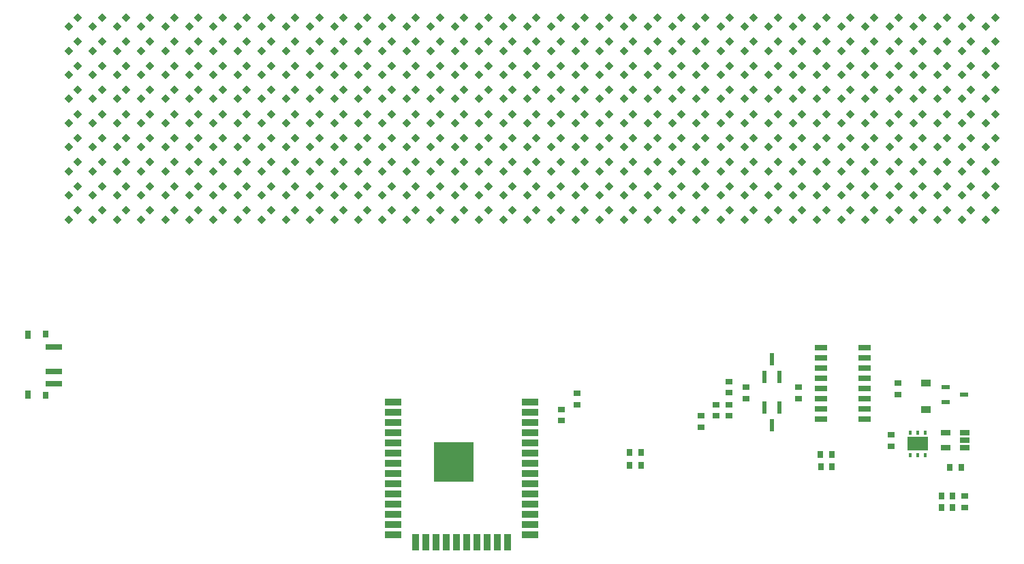
<source format=gtp>
G04*
G04 #@! TF.GenerationSoftware,Altium Limited,Altium Designer,18.1.9 (240)*
G04*
G04 Layer_Color=8421504*
%FSLAX44Y44*%
%MOMM*%
G71*
G01*
G75*
%ADD10P,1.1314X4X270.0*%
%ADD12R,0.8000X0.9000*%
%ADD13R,0.9000X0.8000*%
%ADD14R,0.6000X1.6000*%
%ADD15R,1.5240X0.6350*%
%ADD16R,1.2190X0.9140*%
%ADD17R,1.0500X0.6000*%
%ADD18R,1.3000X0.7000*%
%ADD19R,2.6000X1.8000*%
%ADD20R,0.4500X0.6000*%
%ADD21R,2.0000X0.9000*%
%ADD22R,0.9000X2.0000*%
%ADD23R,5.0000X5.0000*%
%ADD24R,2.0000X0.8001*%
%ADD25R,0.8001X1.0000*%
%ADD26R,0.8001X0.8999*%
G36*
X1766667Y1341215D02*
X1798335D01*
Y1309524D01*
X1766667D01*
Y1341215D01*
D02*
G37*
D10*
X2455388Y1638638D02*
D03*
X2444074Y1627325D02*
D03*
X2425388Y1638638D02*
D03*
X2414074Y1627325D02*
D03*
X2395388Y1638638D02*
D03*
X2384074Y1627325D02*
D03*
X2365388Y1638638D02*
D03*
X2354074Y1627325D02*
D03*
X2335388Y1638638D02*
D03*
X2324074Y1627325D02*
D03*
X2305388Y1638638D02*
D03*
X2294074Y1627325D02*
D03*
X2275388Y1638638D02*
D03*
X2264074Y1627325D02*
D03*
X2245388Y1638638D02*
D03*
X2234074Y1627325D02*
D03*
X2215388Y1638638D02*
D03*
X2204074Y1627325D02*
D03*
X2185388Y1638638D02*
D03*
X2174074Y1627325D02*
D03*
X2155388Y1638638D02*
D03*
X2144074Y1627325D02*
D03*
X2125388Y1638638D02*
D03*
X2114074Y1627325D02*
D03*
X2095388Y1638638D02*
D03*
X2084074Y1627325D02*
D03*
X2065388Y1638638D02*
D03*
X2054074Y1627325D02*
D03*
X2035388Y1638638D02*
D03*
X2024074Y1627325D02*
D03*
X2005388Y1638638D02*
D03*
X1994074Y1627325D02*
D03*
X1975388Y1638638D02*
D03*
X1964074Y1627325D02*
D03*
X1945388Y1638638D02*
D03*
X1934074Y1627325D02*
D03*
X1915388Y1638638D02*
D03*
X1904074Y1627325D02*
D03*
X1885388Y1638638D02*
D03*
X1874074Y1627325D02*
D03*
X1855388Y1638638D02*
D03*
X1844074Y1627325D02*
D03*
X1825388Y1638638D02*
D03*
X1814074Y1627325D02*
D03*
X1795388Y1638638D02*
D03*
X1784074Y1627325D02*
D03*
X1765388Y1638638D02*
D03*
X1754074Y1627325D02*
D03*
X1735388Y1638638D02*
D03*
X1724074Y1627325D02*
D03*
X1705388Y1638638D02*
D03*
X1694074Y1627325D02*
D03*
X1675388Y1638638D02*
D03*
X1664074Y1627325D02*
D03*
X1645388Y1638638D02*
D03*
X1634074Y1627325D02*
D03*
X1615388Y1638638D02*
D03*
X1604074Y1627325D02*
D03*
X1585388Y1638638D02*
D03*
X1574074Y1627325D02*
D03*
X1555388Y1638638D02*
D03*
X1544074Y1627325D02*
D03*
X1525388Y1638638D02*
D03*
X1514074Y1627325D02*
D03*
X1495388Y1638638D02*
D03*
X1484074Y1627325D02*
D03*
X1465388Y1638638D02*
D03*
X1454074Y1627325D02*
D03*
X1435388Y1638638D02*
D03*
X1424074Y1627325D02*
D03*
X1405388Y1638638D02*
D03*
X1394074Y1627325D02*
D03*
X1375388Y1638638D02*
D03*
X1364074Y1627325D02*
D03*
X1345388Y1638638D02*
D03*
X1334074Y1627325D02*
D03*
X1315388Y1638638D02*
D03*
X1304074Y1627325D02*
D03*
X2455388Y1668638D02*
D03*
X2444074Y1657324D02*
D03*
X2425388Y1668638D02*
D03*
X2414074Y1657324D02*
D03*
X2395388Y1668638D02*
D03*
X2384074Y1657324D02*
D03*
X2365388Y1668638D02*
D03*
X2354074Y1657324D02*
D03*
X2335388Y1668638D02*
D03*
X2324074Y1657324D02*
D03*
X2305388Y1668638D02*
D03*
X2294074Y1657324D02*
D03*
X2275388Y1668638D02*
D03*
X2264074Y1657324D02*
D03*
X2245388Y1668638D02*
D03*
X2234074Y1657324D02*
D03*
X2215388Y1668638D02*
D03*
X2204074Y1657324D02*
D03*
X2185388Y1668638D02*
D03*
X2174074Y1657324D02*
D03*
X2155388Y1668638D02*
D03*
X2144074Y1657324D02*
D03*
X2125388Y1668638D02*
D03*
X2114074Y1657324D02*
D03*
X2095388Y1668638D02*
D03*
X2084074Y1657324D02*
D03*
X2065388Y1668638D02*
D03*
X2054074Y1657324D02*
D03*
X2035388Y1668638D02*
D03*
X2024074Y1657324D02*
D03*
X2005388Y1668638D02*
D03*
X1994074Y1657324D02*
D03*
X1975388Y1668638D02*
D03*
X1964074Y1657324D02*
D03*
X1945388Y1668638D02*
D03*
X1934074Y1657324D02*
D03*
X1915388Y1668638D02*
D03*
X1904074Y1657324D02*
D03*
X1885388Y1668638D02*
D03*
X1874074Y1657324D02*
D03*
X1855388Y1668638D02*
D03*
X1844074Y1657324D02*
D03*
X1825388Y1668638D02*
D03*
X1814074Y1657324D02*
D03*
X1795388Y1668638D02*
D03*
X1784074Y1657324D02*
D03*
X1765388Y1668638D02*
D03*
X1754074Y1657324D02*
D03*
X1735388Y1668638D02*
D03*
X1724074Y1657324D02*
D03*
X1705388Y1668638D02*
D03*
X1694074Y1657324D02*
D03*
X1675388Y1668638D02*
D03*
X1664074Y1657324D02*
D03*
X1645388Y1668638D02*
D03*
X1634074Y1657324D02*
D03*
X1615388Y1668638D02*
D03*
X1604074Y1657324D02*
D03*
X1585388Y1668638D02*
D03*
X1574074Y1657324D02*
D03*
X1555388Y1668638D02*
D03*
X1544074Y1657324D02*
D03*
X1525388Y1668638D02*
D03*
X1514074Y1657324D02*
D03*
X1495388Y1668638D02*
D03*
X1484074Y1657324D02*
D03*
X1465388Y1668638D02*
D03*
X1454074Y1657324D02*
D03*
X1435388Y1668638D02*
D03*
X1424074Y1657324D02*
D03*
X1405388Y1668638D02*
D03*
X1394074Y1657324D02*
D03*
X1375388Y1668638D02*
D03*
X1364074Y1657324D02*
D03*
X1345388Y1668638D02*
D03*
X1334074Y1657324D02*
D03*
X1315388Y1668638D02*
D03*
X1304074Y1657324D02*
D03*
X2455388Y1698638D02*
D03*
X2444074Y1687324D02*
D03*
X2425388Y1698638D02*
D03*
X2414074Y1687324D02*
D03*
X2395388Y1698638D02*
D03*
X2384074Y1687324D02*
D03*
X2365388Y1698638D02*
D03*
X2354074Y1687324D02*
D03*
X2335388Y1698638D02*
D03*
X2324074Y1687324D02*
D03*
X2305388Y1698638D02*
D03*
X2294074Y1687324D02*
D03*
X2275388Y1698638D02*
D03*
X2264074Y1687324D02*
D03*
X2245388Y1698638D02*
D03*
X2234074Y1687324D02*
D03*
X2215388Y1698638D02*
D03*
X2204074Y1687324D02*
D03*
X2185388Y1698638D02*
D03*
X2174074Y1687324D02*
D03*
X2155388Y1698638D02*
D03*
X2144074Y1687324D02*
D03*
X2125388Y1698638D02*
D03*
X2114074Y1687324D02*
D03*
X2095388Y1698638D02*
D03*
X2084074Y1687324D02*
D03*
X2065388Y1698638D02*
D03*
X2054074Y1687324D02*
D03*
X2035388Y1698638D02*
D03*
X2024074Y1687324D02*
D03*
X2005388Y1698638D02*
D03*
X1994074Y1687324D02*
D03*
X1975388Y1698638D02*
D03*
X1964074Y1687324D02*
D03*
X1945388Y1698638D02*
D03*
X1934074Y1687324D02*
D03*
X1915388Y1698638D02*
D03*
X1904074Y1687324D02*
D03*
X1885388Y1698638D02*
D03*
X1874074Y1687324D02*
D03*
X1855388Y1698638D02*
D03*
X1844074Y1687324D02*
D03*
X1825388Y1698638D02*
D03*
X1814074Y1687324D02*
D03*
X1795388Y1698638D02*
D03*
X1784074Y1687324D02*
D03*
X1765388Y1698638D02*
D03*
X1754074Y1687324D02*
D03*
X1735388Y1698638D02*
D03*
X1724074Y1687324D02*
D03*
X1705388Y1698638D02*
D03*
X1694074Y1687324D02*
D03*
X1675388Y1698638D02*
D03*
X1664074Y1687324D02*
D03*
X1645388Y1698638D02*
D03*
X1634074Y1687324D02*
D03*
X1615388Y1698638D02*
D03*
X1604074Y1687324D02*
D03*
X1585388Y1698638D02*
D03*
X1574074Y1687324D02*
D03*
X1555388Y1698638D02*
D03*
X1544074Y1687324D02*
D03*
X1525388Y1698638D02*
D03*
X1514074Y1687324D02*
D03*
X1495388Y1698638D02*
D03*
X1484074Y1687324D02*
D03*
X1465388Y1698638D02*
D03*
X1454074Y1687324D02*
D03*
X1435388Y1698638D02*
D03*
X1424074Y1687324D02*
D03*
X1405388Y1698638D02*
D03*
X1394074Y1687324D02*
D03*
X1375388Y1698638D02*
D03*
X1364074Y1687324D02*
D03*
X1345388Y1698638D02*
D03*
X1334074Y1687324D02*
D03*
X1315388Y1698638D02*
D03*
X1304074Y1687324D02*
D03*
X2455388Y1728638D02*
D03*
X2444074Y1717325D02*
D03*
X2425388Y1728638D02*
D03*
X2414074Y1717325D02*
D03*
X2395388Y1728638D02*
D03*
X2384074Y1717325D02*
D03*
X2365388Y1728638D02*
D03*
X2354074Y1717325D02*
D03*
X2335388Y1728638D02*
D03*
X2324074Y1717325D02*
D03*
X2305388Y1728638D02*
D03*
X2294074Y1717325D02*
D03*
X2275388Y1728638D02*
D03*
X2264074Y1717325D02*
D03*
X2245388Y1728638D02*
D03*
X2234074Y1717325D02*
D03*
X2215388Y1728638D02*
D03*
X2204074Y1717325D02*
D03*
X2185388Y1728638D02*
D03*
X2174074Y1717325D02*
D03*
X2155388Y1728638D02*
D03*
X2144074Y1717325D02*
D03*
X2125388Y1728638D02*
D03*
X2114074Y1717325D02*
D03*
X2095388Y1728638D02*
D03*
X2084074Y1717325D02*
D03*
X2065388Y1728638D02*
D03*
X2054074Y1717325D02*
D03*
X2035388Y1728638D02*
D03*
X2024074Y1717325D02*
D03*
X2005388Y1728638D02*
D03*
X1994074Y1717325D02*
D03*
X1975388Y1728638D02*
D03*
X1964074Y1717325D02*
D03*
X1945388Y1728638D02*
D03*
X1934074Y1717325D02*
D03*
X1915388Y1728638D02*
D03*
X1904074Y1717325D02*
D03*
X1885388Y1728638D02*
D03*
X1874074Y1717325D02*
D03*
X1855388Y1728638D02*
D03*
X1844074Y1717325D02*
D03*
X1825388Y1728638D02*
D03*
X1814074Y1717325D02*
D03*
X1795388Y1728638D02*
D03*
X1784074Y1717325D02*
D03*
X1765388Y1728638D02*
D03*
X1754074Y1717325D02*
D03*
X1735388Y1728638D02*
D03*
X1724074Y1717325D02*
D03*
X1705388Y1728638D02*
D03*
X1694074Y1717325D02*
D03*
X1675388Y1728638D02*
D03*
X1664074Y1717325D02*
D03*
X1645388Y1728638D02*
D03*
X1634074Y1717325D02*
D03*
X1615388Y1728638D02*
D03*
X1604074Y1717325D02*
D03*
X1585388Y1728638D02*
D03*
X1574074Y1717325D02*
D03*
X1555388Y1728638D02*
D03*
X1544074Y1717325D02*
D03*
X1525388Y1728638D02*
D03*
X1514074Y1717325D02*
D03*
X1495388Y1728638D02*
D03*
X1484074Y1717325D02*
D03*
X1465388Y1728638D02*
D03*
X1454074Y1717325D02*
D03*
X1435388Y1728638D02*
D03*
X1424074Y1717325D02*
D03*
X1405388Y1728638D02*
D03*
X1394074Y1717325D02*
D03*
X1375388Y1728638D02*
D03*
X1364074Y1717325D02*
D03*
X1345388Y1728638D02*
D03*
X1334074Y1717325D02*
D03*
X1315388Y1728638D02*
D03*
X1304074Y1717325D02*
D03*
X2455388Y1758638D02*
D03*
X2444074Y1747324D02*
D03*
X2425388Y1758638D02*
D03*
X2414074Y1747324D02*
D03*
X2395388Y1758638D02*
D03*
X2384074Y1747324D02*
D03*
X2365388Y1758638D02*
D03*
X2354074Y1747324D02*
D03*
X2335388Y1758638D02*
D03*
X2324074Y1747324D02*
D03*
X2305388Y1758638D02*
D03*
X2294074Y1747324D02*
D03*
X2275388Y1758638D02*
D03*
X2264074Y1747324D02*
D03*
X2245388Y1758638D02*
D03*
X2234074Y1747324D02*
D03*
X2215388Y1758638D02*
D03*
X2204074Y1747324D02*
D03*
X2185388Y1758638D02*
D03*
X2174074Y1747324D02*
D03*
X2155388Y1758638D02*
D03*
X2144074Y1747324D02*
D03*
X2125388Y1758638D02*
D03*
X2114074Y1747324D02*
D03*
X2095388Y1758638D02*
D03*
X2084074Y1747324D02*
D03*
X2065388Y1758638D02*
D03*
X2054074Y1747324D02*
D03*
X2035388Y1758638D02*
D03*
X2024074Y1747324D02*
D03*
X2005388Y1758638D02*
D03*
X1994074Y1747324D02*
D03*
X1975388Y1758638D02*
D03*
X1964074Y1747324D02*
D03*
X1945388Y1758638D02*
D03*
X1934074Y1747324D02*
D03*
X1915388Y1758638D02*
D03*
X1904074Y1747324D02*
D03*
X1885388Y1758638D02*
D03*
X1874074Y1747324D02*
D03*
X1855388Y1758638D02*
D03*
X1844074Y1747324D02*
D03*
X1825388Y1758638D02*
D03*
X1814074Y1747324D02*
D03*
X1795388Y1758638D02*
D03*
X1784074Y1747324D02*
D03*
X1765388Y1758638D02*
D03*
X1754074Y1747324D02*
D03*
X1735388Y1758638D02*
D03*
X1724074Y1747324D02*
D03*
X1705388Y1758638D02*
D03*
X1694074Y1747324D02*
D03*
X1675388Y1758638D02*
D03*
X1664074Y1747324D02*
D03*
X1645388Y1758638D02*
D03*
X1634074Y1747324D02*
D03*
X1615388Y1758638D02*
D03*
X1604074Y1747324D02*
D03*
X1585388Y1758638D02*
D03*
X1574074Y1747324D02*
D03*
X1555388Y1758638D02*
D03*
X1544074Y1747324D02*
D03*
X1525388Y1758638D02*
D03*
X1514074Y1747324D02*
D03*
X1495388Y1758638D02*
D03*
X1484074Y1747324D02*
D03*
X1465388Y1758638D02*
D03*
X1454074Y1747324D02*
D03*
X1435388Y1758638D02*
D03*
X1424074Y1747324D02*
D03*
X1405388Y1758638D02*
D03*
X1394074Y1747324D02*
D03*
X1375388Y1758638D02*
D03*
X1364074Y1747324D02*
D03*
X1345388Y1758638D02*
D03*
X1334074Y1747324D02*
D03*
X1315388Y1758638D02*
D03*
X1304074Y1747324D02*
D03*
X2455388Y1788638D02*
D03*
X2444074Y1777324D02*
D03*
X2425388Y1788638D02*
D03*
X2414074Y1777324D02*
D03*
X2395388Y1788638D02*
D03*
X2384074Y1777324D02*
D03*
X2365388Y1788638D02*
D03*
X2354074Y1777324D02*
D03*
X2335388Y1788638D02*
D03*
X2324074Y1777324D02*
D03*
X2305388Y1788638D02*
D03*
X2294074Y1777324D02*
D03*
X2275388Y1788638D02*
D03*
X2264074Y1777324D02*
D03*
X2245388Y1788638D02*
D03*
X2234074Y1777324D02*
D03*
X2215388Y1788638D02*
D03*
X2204074Y1777324D02*
D03*
X2185388Y1788638D02*
D03*
X2174074Y1777324D02*
D03*
X2155388Y1788638D02*
D03*
X2144074Y1777324D02*
D03*
X2125388Y1788638D02*
D03*
X2114074Y1777324D02*
D03*
X2095388Y1788638D02*
D03*
X2084074Y1777324D02*
D03*
X2065388Y1788638D02*
D03*
X2054074Y1777324D02*
D03*
X2035388Y1788638D02*
D03*
X2024074Y1777324D02*
D03*
X2005388Y1788638D02*
D03*
X1994074Y1777324D02*
D03*
X1975388Y1788638D02*
D03*
X1964074Y1777324D02*
D03*
X1945388Y1788638D02*
D03*
X1934074Y1777324D02*
D03*
X1915388Y1788638D02*
D03*
X1904074Y1777324D02*
D03*
X1885388Y1788638D02*
D03*
X1874074Y1777324D02*
D03*
X1855388Y1788638D02*
D03*
X1844074Y1777324D02*
D03*
X1825388Y1788638D02*
D03*
X1814074Y1777324D02*
D03*
X1795388Y1788638D02*
D03*
X1784074Y1777324D02*
D03*
X1765388Y1788638D02*
D03*
X1754074Y1777324D02*
D03*
X1735388Y1788638D02*
D03*
X1724074Y1777324D02*
D03*
X1705388Y1788638D02*
D03*
X1694074Y1777324D02*
D03*
X1675388Y1788638D02*
D03*
X1664074Y1777324D02*
D03*
X1645388Y1788638D02*
D03*
X1634074Y1777324D02*
D03*
X1615388Y1788638D02*
D03*
X1604074Y1777324D02*
D03*
X1585388Y1788638D02*
D03*
X1574074Y1777324D02*
D03*
X1555388Y1788638D02*
D03*
X1544074Y1777324D02*
D03*
X1525388Y1788638D02*
D03*
X1514074Y1777324D02*
D03*
X1495388Y1788638D02*
D03*
X1484074Y1777324D02*
D03*
X1465388Y1788638D02*
D03*
X1454074Y1777324D02*
D03*
X1435388Y1788638D02*
D03*
X1424074Y1777324D02*
D03*
X1405388Y1788638D02*
D03*
X1394074Y1777324D02*
D03*
X1375388Y1788638D02*
D03*
X1364074Y1777324D02*
D03*
X1345388Y1788638D02*
D03*
X1334074Y1777324D02*
D03*
X1315388Y1788638D02*
D03*
X1304074Y1777324D02*
D03*
X2455388Y1818638D02*
D03*
X2444074Y1807325D02*
D03*
X2425388Y1818638D02*
D03*
X2414074Y1807325D02*
D03*
X2395388Y1818638D02*
D03*
X2384074Y1807325D02*
D03*
X2365388Y1818638D02*
D03*
X2354074Y1807325D02*
D03*
X2335388Y1818638D02*
D03*
X2324074Y1807325D02*
D03*
X2305388Y1818638D02*
D03*
X2294074Y1807325D02*
D03*
X2275388Y1818638D02*
D03*
X2264074Y1807325D02*
D03*
X2245388Y1818638D02*
D03*
X2234074Y1807325D02*
D03*
X2215388Y1818638D02*
D03*
X2204074Y1807325D02*
D03*
X2185388Y1818638D02*
D03*
X2174074Y1807325D02*
D03*
X2155388Y1818638D02*
D03*
X2144074Y1807325D02*
D03*
X2125388Y1818638D02*
D03*
X2114074Y1807325D02*
D03*
X2095388Y1818638D02*
D03*
X2084074Y1807325D02*
D03*
X2065388Y1818638D02*
D03*
X2054074Y1807325D02*
D03*
X2035388Y1818638D02*
D03*
X2024074Y1807325D02*
D03*
X2005388Y1818638D02*
D03*
X1994074Y1807325D02*
D03*
X1975388Y1818638D02*
D03*
X1964074Y1807325D02*
D03*
X1945388Y1818638D02*
D03*
X1934074Y1807325D02*
D03*
X1915388Y1818638D02*
D03*
X1904074Y1807325D02*
D03*
X1885388Y1818638D02*
D03*
X1874074Y1807325D02*
D03*
X1855388Y1818638D02*
D03*
X1844074Y1807325D02*
D03*
X1825388Y1818638D02*
D03*
X1814074Y1807325D02*
D03*
X1795388Y1818638D02*
D03*
X1784074Y1807325D02*
D03*
X1765388Y1818638D02*
D03*
X1754074Y1807325D02*
D03*
X1735388Y1818638D02*
D03*
X1724074Y1807325D02*
D03*
X1705388Y1818638D02*
D03*
X1694074Y1807325D02*
D03*
X1675388Y1818638D02*
D03*
X1664074Y1807325D02*
D03*
X1645388Y1818638D02*
D03*
X1634074Y1807325D02*
D03*
X1615388Y1818638D02*
D03*
X1604074Y1807325D02*
D03*
X1585388Y1818638D02*
D03*
X1574074Y1807325D02*
D03*
X1555388Y1818638D02*
D03*
X1544074Y1807325D02*
D03*
X1525388Y1818638D02*
D03*
X1514074Y1807325D02*
D03*
X1495388Y1818638D02*
D03*
X1484074Y1807325D02*
D03*
X1465388Y1818638D02*
D03*
X1454074Y1807325D02*
D03*
X1435388Y1818638D02*
D03*
X1424074Y1807325D02*
D03*
X1405388Y1818638D02*
D03*
X1394074Y1807325D02*
D03*
X1375388Y1818638D02*
D03*
X1364074Y1807325D02*
D03*
X1345388Y1818638D02*
D03*
X1334074Y1807325D02*
D03*
X1315388Y1818638D02*
D03*
X1304074Y1807325D02*
D03*
X2455388Y1848638D02*
D03*
X2444074Y1837324D02*
D03*
X2425388Y1848638D02*
D03*
X2414074Y1837324D02*
D03*
X2395388Y1848638D02*
D03*
X2384074Y1837324D02*
D03*
X2365388Y1848638D02*
D03*
X2354074Y1837324D02*
D03*
X2335388Y1848638D02*
D03*
X2324074Y1837324D02*
D03*
X2305388Y1848638D02*
D03*
X2294074Y1837324D02*
D03*
X2275388Y1848638D02*
D03*
X2264074Y1837324D02*
D03*
X2245388Y1848638D02*
D03*
X2234074Y1837324D02*
D03*
X2215388Y1848638D02*
D03*
X2204074Y1837324D02*
D03*
X2185388Y1848638D02*
D03*
X2174074Y1837324D02*
D03*
X2155388Y1848638D02*
D03*
X2144074Y1837324D02*
D03*
X2125388Y1848638D02*
D03*
X2114074Y1837324D02*
D03*
X2095388Y1848638D02*
D03*
X2084074Y1837324D02*
D03*
X2065388Y1848638D02*
D03*
X2054074Y1837324D02*
D03*
X2035388Y1848638D02*
D03*
X2024074Y1837324D02*
D03*
X2005388Y1848638D02*
D03*
X1994074Y1837324D02*
D03*
X1975388Y1848638D02*
D03*
X1964074Y1837324D02*
D03*
X1945388Y1848638D02*
D03*
X1934074Y1837324D02*
D03*
X1915388Y1848638D02*
D03*
X1904074Y1837324D02*
D03*
X1885388Y1848638D02*
D03*
X1874074Y1837324D02*
D03*
X1855388Y1848638D02*
D03*
X1844074Y1837324D02*
D03*
X1825388Y1848638D02*
D03*
X1814074Y1837324D02*
D03*
X1795388Y1848638D02*
D03*
X1784074Y1837324D02*
D03*
X1765388Y1848638D02*
D03*
X1754074Y1837324D02*
D03*
X1735388Y1848638D02*
D03*
X1724074Y1837324D02*
D03*
X1705388Y1848638D02*
D03*
X1694074Y1837324D02*
D03*
X1675388Y1848638D02*
D03*
X1664074Y1837324D02*
D03*
X1645388Y1848638D02*
D03*
X1634074Y1837324D02*
D03*
X1615388Y1848638D02*
D03*
X1604074Y1837324D02*
D03*
X1585388Y1848638D02*
D03*
X1574074Y1837324D02*
D03*
X1555388Y1848638D02*
D03*
X1544074Y1837324D02*
D03*
X1525388Y1848638D02*
D03*
X1514074Y1837324D02*
D03*
X1495388Y1848638D02*
D03*
X1484074Y1837324D02*
D03*
X1465388Y1848638D02*
D03*
X1454074Y1837324D02*
D03*
X1435388Y1848638D02*
D03*
X1424074Y1837324D02*
D03*
X1405388Y1848638D02*
D03*
X1394074Y1837324D02*
D03*
X1375388Y1848638D02*
D03*
X1364074Y1837324D02*
D03*
X1345388Y1848638D02*
D03*
X1334074Y1837324D02*
D03*
X1315388Y1848638D02*
D03*
X1304074Y1837324D02*
D03*
X2455388Y1878638D02*
D03*
X2444074Y1867324D02*
D03*
X2425388Y1878638D02*
D03*
X2414074Y1867324D02*
D03*
X2395388Y1878638D02*
D03*
X2384074Y1867324D02*
D03*
X2365388Y1878638D02*
D03*
X2354074Y1867324D02*
D03*
X2335388Y1878638D02*
D03*
X2324074Y1867324D02*
D03*
X2305388Y1878638D02*
D03*
X2294074Y1867324D02*
D03*
X2275388Y1878638D02*
D03*
X2264074Y1867324D02*
D03*
X2245388Y1878638D02*
D03*
X2234074Y1867324D02*
D03*
X2215388Y1878638D02*
D03*
X2204074Y1867324D02*
D03*
X2185388Y1878638D02*
D03*
X2174074Y1867324D02*
D03*
X2155388Y1878638D02*
D03*
X2144074Y1867324D02*
D03*
X2125388Y1878638D02*
D03*
X2114074Y1867324D02*
D03*
X2095388Y1878638D02*
D03*
X2084074Y1867324D02*
D03*
X2065388Y1878638D02*
D03*
X2054074Y1867324D02*
D03*
X2035388Y1878638D02*
D03*
X2024074Y1867324D02*
D03*
X2005388Y1878638D02*
D03*
X1994074Y1867324D02*
D03*
X1975388Y1878638D02*
D03*
X1964074Y1867324D02*
D03*
X1945388Y1878638D02*
D03*
X1934074Y1867324D02*
D03*
X1915388Y1878638D02*
D03*
X1904074Y1867324D02*
D03*
X1885388Y1878638D02*
D03*
X1874074Y1867324D02*
D03*
X1855388Y1878638D02*
D03*
X1844074Y1867324D02*
D03*
X1825388Y1878638D02*
D03*
X1814074Y1867324D02*
D03*
X1795388Y1878638D02*
D03*
X1784074Y1867324D02*
D03*
X1765388Y1878638D02*
D03*
X1754074Y1867324D02*
D03*
X1735388Y1878638D02*
D03*
X1724074Y1867324D02*
D03*
X1705388Y1878638D02*
D03*
X1694074Y1867324D02*
D03*
X1675388Y1878638D02*
D03*
X1664074Y1867324D02*
D03*
X1645388Y1878638D02*
D03*
X1634074Y1867324D02*
D03*
X1615388Y1878638D02*
D03*
X1604074Y1867324D02*
D03*
X1585388Y1878638D02*
D03*
X1574074Y1867324D02*
D03*
X1555388Y1878638D02*
D03*
X1544074Y1867324D02*
D03*
X1525388Y1878638D02*
D03*
X1514074Y1867324D02*
D03*
X1495388Y1878638D02*
D03*
X1484074Y1867324D02*
D03*
X1465388Y1878638D02*
D03*
X1454074Y1867324D02*
D03*
X1435388Y1878638D02*
D03*
X1424074Y1867324D02*
D03*
X1405388Y1878638D02*
D03*
X1394074Y1867324D02*
D03*
X1375388Y1878638D02*
D03*
X1364074Y1867324D02*
D03*
X1345388Y1878638D02*
D03*
X1334074Y1867324D02*
D03*
X1315388Y1878638D02*
D03*
X1304074Y1867324D02*
D03*
D12*
X2015274Y1337054D02*
D03*
X2001274D02*
D03*
X2015274Y1321304D02*
D03*
X2001274D02*
D03*
X2252524Y1334804D02*
D03*
X2238524D02*
D03*
X2399024Y1319054D02*
D03*
X2413024D02*
D03*
X2388524Y1269054D02*
D03*
X2402524D02*
D03*
X2402524Y1283304D02*
D03*
X2388524D02*
D03*
X2252774Y1319804D02*
D03*
X2238774D02*
D03*
D13*
X1916274Y1377054D02*
D03*
Y1391054D02*
D03*
X1936024Y1396804D02*
D03*
Y1410804D02*
D03*
X2124774Y1425554D02*
D03*
Y1411554D02*
D03*
Y1397054D02*
D03*
Y1383054D02*
D03*
X2108524Y1382804D02*
D03*
Y1396804D02*
D03*
X2089774Y1383054D02*
D03*
Y1369054D02*
D03*
X2146024Y1418304D02*
D03*
Y1404304D02*
D03*
X2211024Y1404554D02*
D03*
Y1418554D02*
D03*
X2334524Y1409804D02*
D03*
Y1423804D02*
D03*
X2326024Y1359304D02*
D03*
Y1345304D02*
D03*
X2417524Y1283004D02*
D03*
Y1269004D02*
D03*
D14*
X2178024Y1371054D02*
D03*
X2168524Y1393054D02*
D03*
X2187524D02*
D03*
X2177774Y1453604D02*
D03*
X2187274Y1431604D02*
D03*
X2168274D02*
D03*
D15*
X2238824Y1379104D02*
D03*
Y1391804D02*
D03*
X2292723Y1468004D02*
D03*
X2238824Y1455304D02*
D03*
X2292723D02*
D03*
Y1429904D02*
D03*
X2238824Y1468004D02*
D03*
X2292723Y1442604D02*
D03*
X2238824D02*
D03*
Y1429904D02*
D03*
Y1404504D02*
D03*
X2292723Y1417204D02*
D03*
Y1404504D02*
D03*
Y1379104D02*
D03*
X2238824Y1417204D02*
D03*
X2292723Y1391804D02*
D03*
D16*
X2369024Y1391171D02*
D03*
Y1423937D02*
D03*
D17*
X2416524Y1409304D02*
D03*
X2393524Y1399804D02*
D03*
Y1418804D02*
D03*
D18*
X2393774Y1343054D02*
D03*
Y1362054D02*
D03*
X2417774D02*
D03*
Y1352554D02*
D03*
Y1343054D02*
D03*
D19*
X2359024Y1348054D02*
D03*
D20*
X2349524Y1362054D02*
D03*
X2368524D02*
D03*
X2359024Y1334054D02*
D03*
X2349524D02*
D03*
X2359024Y1362054D02*
D03*
X2368524Y1334054D02*
D03*
D21*
X1877524Y1400404D02*
D03*
Y1387704D02*
D03*
Y1375004D02*
D03*
Y1362304D02*
D03*
Y1349604D02*
D03*
Y1336904D02*
D03*
Y1324204D02*
D03*
Y1311504D02*
D03*
Y1298804D02*
D03*
Y1286104D02*
D03*
Y1273404D02*
D03*
Y1260704D02*
D03*
Y1248004D02*
D03*
Y1235304D02*
D03*
X1707524D02*
D03*
Y1248004D02*
D03*
Y1260704D02*
D03*
Y1273404D02*
D03*
Y1286104D02*
D03*
Y1298804D02*
D03*
Y1311504D02*
D03*
Y1324204D02*
D03*
Y1336904D02*
D03*
Y1349604D02*
D03*
Y1362304D02*
D03*
Y1375004D02*
D03*
Y1387704D02*
D03*
Y1400404D02*
D03*
D22*
X1849674Y1225304D02*
D03*
X1836974D02*
D03*
X1824274D02*
D03*
X1811574D02*
D03*
X1798874D02*
D03*
X1786174D02*
D03*
X1773474D02*
D03*
X1760774D02*
D03*
X1748074D02*
D03*
X1735374D02*
D03*
D23*
X1782524Y1325404D02*
D03*
D24*
X1285275Y1423323D02*
D03*
Y1468324D02*
D03*
Y1438324D02*
D03*
D25*
X1253024Y1409053D02*
D03*
Y1484054D02*
D03*
D26*
X1275523Y1408553D02*
D03*
Y1484555D02*
D03*
M02*

</source>
